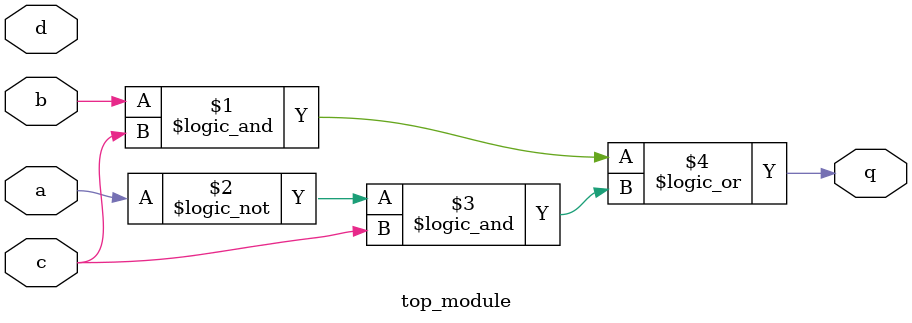
<source format=sv>
module top_module (
    input a, 
    input b, 
    input c, 
    input d,
    output q
);
    assign q = (b && c) || (!a && c);
endmodule

</source>
